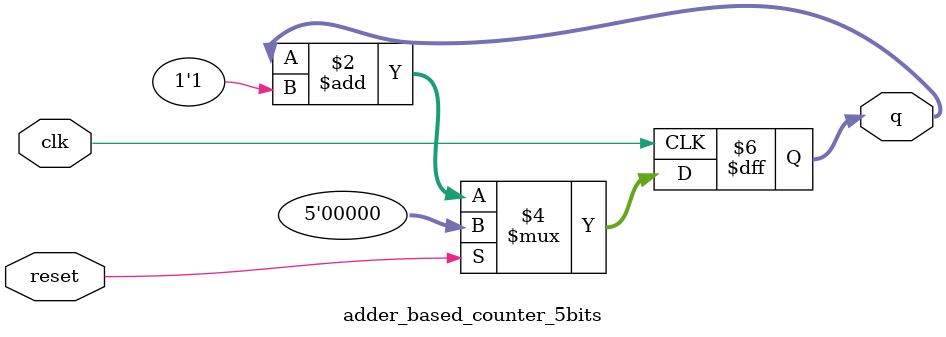
<source format=v>
module adder_based_counter_5bits (q, clk, reset);

output [4:0]    q;
input           clk, reset;

reg [4:0]       q;

always @(negedge clk)
begin 
    if (reset)  
        q <= 5'b00000;
    else        
        q <= q + 1'b1;
end

endmodule
</source>
